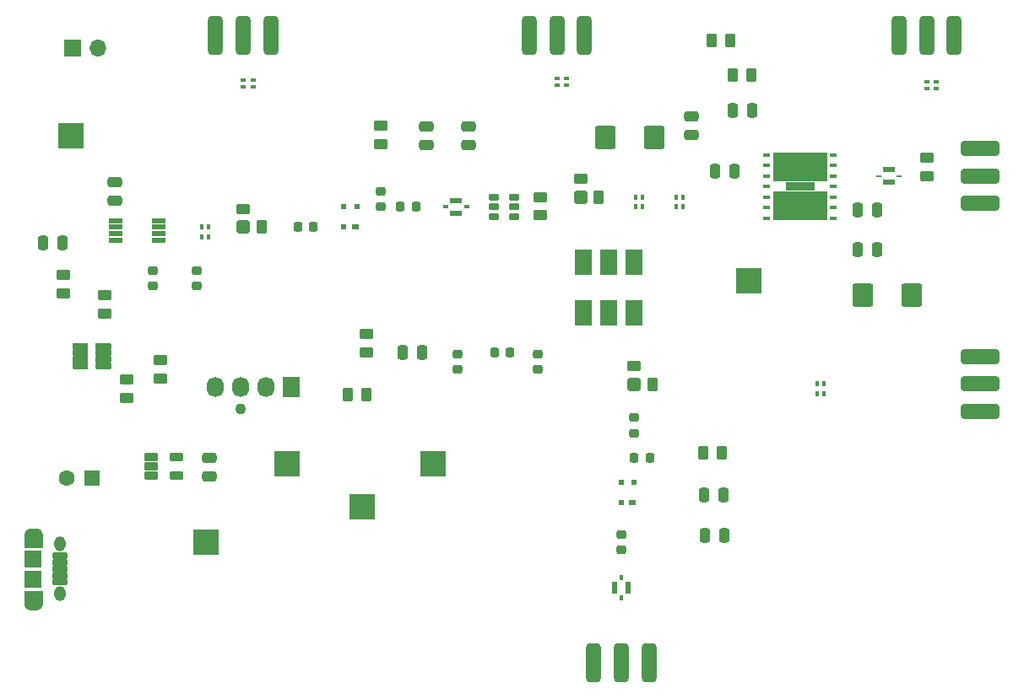
<source format=gts>
%TF.GenerationSoftware,KiCad,Pcbnew,8.0.5*%
%TF.CreationDate,2025-06-09T19:50:20-04:00*%
%TF.ProjectId,fmcw_pcb,666d6377-5f70-4636-922e-6b696361645f,rev?*%
%TF.SameCoordinates,Original*%
%TF.FileFunction,Soldermask,Top*%
%TF.FilePolarity,Negative*%
%FSLAX46Y46*%
G04 Gerber Fmt 4.6, Leading zero omitted, Abs format (unit mm)*
G04 Created by KiCad (PCBNEW 8.0.5) date 2025-06-09 19:50:20*
%MOMM*%
%LPD*%
G01*
G04 APERTURE LIST*
G04 Aperture macros list*
%AMRoundRect*
0 Rectangle with rounded corners*
0 $1 Rounding radius*
0 $2 $3 $4 $5 $6 $7 $8 $9 X,Y pos of 4 corners*
0 Add a 4 corners polygon primitive as box body*
4,1,4,$2,$3,$4,$5,$6,$7,$8,$9,$2,$3,0*
0 Add four circle primitives for the rounded corners*
1,1,$1+$1,$2,$3*
1,1,$1+$1,$4,$5*
1,1,$1+$1,$6,$7*
1,1,$1+$1,$8,$9*
0 Add four rect primitives between the rounded corners*
20,1,$1+$1,$2,$3,$4,$5,0*
20,1,$1+$1,$4,$5,$6,$7,0*
20,1,$1+$1,$6,$7,$8,$9,0*
20,1,$1+$1,$8,$9,$2,$3,0*%
G04 Aperture macros list end*
%ADD10C,0.010000*%
%ADD11RoundRect,0.250000X0.787500X0.925000X-0.787500X0.925000X-0.787500X-0.925000X0.787500X-0.925000X0*%
%ADD12R,1.651000X2.540000*%
%ADD13RoundRect,0.225000X0.250000X-0.225000X0.250000X0.225000X-0.250000X0.225000X-0.250000X-0.225000X0*%
%ADD14RoundRect,0.250000X0.475000X-0.250000X0.475000X0.250000X-0.475000X0.250000X-0.475000X-0.250000X0*%
%ADD15C,1.100000*%
%ADD16R,1.730000X2.030000*%
%ADD17O,1.730000X2.030000*%
%ADD18RoundRect,0.218750X0.218750X0.256250X-0.218750X0.256250X-0.218750X-0.256250X0.218750X-0.256250X0*%
%ADD19RoundRect,0.375000X0.375000X1.575000X-0.375000X1.575000X-0.375000X-1.575000X0.375000X-1.575000X0*%
%ADD20RoundRect,0.250000X-0.262500X-0.450000X0.262500X-0.450000X0.262500X0.450000X-0.262500X0.450000X0*%
%ADD21R,2.500000X2.500000*%
%ADD22RoundRect,0.250000X0.250000X0.475000X-0.250000X0.475000X-0.250000X-0.475000X0.250000X-0.475000X0*%
%ADD23RoundRect,0.250000X0.450000X-0.262500X0.450000X0.262500X-0.450000X0.262500X-0.450000X-0.262500X0*%
%ADD24R,0.475000X0.375000*%
%ADD25RoundRect,0.225000X-0.225000X-0.250000X0.225000X-0.250000X0.225000X0.250000X-0.225000X0.250000X0*%
%ADD26R,0.558800X0.355600*%
%ADD27R,1.244600X0.558800*%
%ADD28RoundRect,0.250000X-0.450000X0.262500X-0.450000X-0.262500X0.450000X-0.262500X0.450000X0.262500X0*%
%ADD29R,0.375000X0.475000*%
%ADD30RoundRect,0.375000X-0.375000X-1.575000X0.375000X-1.575000X0.375000X1.575000X-0.375000X1.575000X0*%
%ADD31RoundRect,0.218750X-0.256250X0.218750X-0.256250X-0.218750X0.256250X-0.218750X0.256250X0.218750X0*%
%ADD32RoundRect,0.375000X-1.575000X0.375000X-1.575000X-0.375000X1.575000X-0.375000X1.575000X0.375000X0*%
%ADD33RoundRect,0.341463X-0.358537X-0.358537X0.358537X-0.358537X0.358537X0.358537X-0.358537X0.358537X0*%
%ADD34RoundRect,0.152500X-0.382500X-0.152500X0.382500X-0.152500X0.382500X0.152500X-0.382500X0.152500X0*%
%ADD35RoundRect,0.250000X-0.475000X0.250000X-0.475000X-0.250000X0.475000X-0.250000X0.475000X0.250000X0*%
%ADD36RoundRect,0.341463X0.358537X-0.358537X0.358537X0.358537X-0.358537X0.358537X-0.358537X-0.358537X0*%
%ADD37R,1.600000X1.600000*%
%ADD38C,1.600000*%
%ADD39RoundRect,0.250000X0.262500X0.450000X-0.262500X0.450000X-0.262500X-0.450000X0.262500X-0.450000X0*%
%ADD40R,0.355600X0.558800*%
%ADD41R,0.558800X1.244600*%
%ADD42RoundRect,0.099250X-0.607750X-0.297750X0.607750X-0.297750X0.607750X0.297750X-0.607750X0.297750X0*%
%ADD43RoundRect,0.250000X-0.250000X-0.475000X0.250000X-0.475000X0.250000X0.475000X-0.250000X0.475000X0*%
%ADD44R,0.553999X0.254800*%
%ADD45R,1.245400X0.553999*%
%ADD46R,0.500000X0.580000*%
%ADD47R,0.800000X0.580000*%
%ADD48RoundRect,0.218750X-0.218750X-0.256250X0.218750X-0.256250X0.218750X0.256250X-0.218750X0.256250X0*%
%ADD49R,0.675000X0.400000*%
%ADD50R,5.450000X2.955000*%
%ADD51R,2.900000X0.890000*%
%ADD52RoundRect,0.102000X-0.675000X0.200000X-0.675000X-0.200000X0.675000X-0.200000X0.675000X0.200000X0*%
%ADD53RoundRect,0.102000X-0.775000X0.750000X-0.775000X-0.750000X0.775000X-0.750000X0.775000X0.750000X0*%
%ADD54O,1.154000X1.504000*%
%ADD55RoundRect,0.058750X-0.651250X-0.176250X0.651250X-0.176250X0.651250X0.176250X-0.651250X0.176250X0*%
%ADD56R,1.700000X1.700000*%
%ADD57O,1.700000X1.700000*%
G04 APERTURE END LIST*
D10*
%TO.C,OA1*%
X56136000Y-103386000D02*
X56142000Y-103386000D01*
X56148000Y-103387000D01*
X56153000Y-103389000D01*
X56159000Y-103390000D01*
X56164000Y-103392000D01*
X56170000Y-103395000D01*
X56175000Y-103397000D01*
X56180000Y-103400000D01*
X56185000Y-103403000D01*
X56190000Y-103406000D01*
X56194000Y-103410000D01*
X56199000Y-103413000D01*
X56203000Y-103417000D01*
X56207000Y-103421000D01*
X56210000Y-103426000D01*
X56214000Y-103430000D01*
X56217000Y-103435000D01*
X56220000Y-103440000D01*
X56223000Y-103445000D01*
X56225000Y-103450000D01*
X56228000Y-103456000D01*
X56230000Y-103461000D01*
X56231000Y-103467000D01*
X56233000Y-103472000D01*
X56234000Y-103478000D01*
X56234000Y-103484000D01*
X56235000Y-103489000D01*
X56235000Y-103495000D01*
X56235000Y-103855000D01*
X56235000Y-103861000D01*
X56234000Y-103866000D01*
X56234000Y-103872000D01*
X56233000Y-103878000D01*
X56231000Y-103883000D01*
X56230000Y-103889000D01*
X56228000Y-103894000D01*
X56225000Y-103900000D01*
X56223000Y-103905000D01*
X56220000Y-103910000D01*
X56217000Y-103915000D01*
X56214000Y-103920000D01*
X56210000Y-103924000D01*
X56207000Y-103929000D01*
X56203000Y-103933000D01*
X56199000Y-103937000D01*
X56194000Y-103940000D01*
X56190000Y-103944000D01*
X56185000Y-103947000D01*
X56180000Y-103950000D01*
X56175000Y-103953000D01*
X56170000Y-103955000D01*
X56164000Y-103958000D01*
X56159000Y-103960000D01*
X56153000Y-103961000D01*
X56148000Y-103963000D01*
X56142000Y-103964000D01*
X56136000Y-103964000D01*
X56131000Y-103965000D01*
X56125000Y-103965000D01*
X54875000Y-103965000D01*
X54869000Y-103965000D01*
X54864000Y-103964000D01*
X54858000Y-103964000D01*
X54852000Y-103963000D01*
X54847000Y-103961000D01*
X54841000Y-103960000D01*
X54836000Y-103958000D01*
X54830000Y-103955000D01*
X54825000Y-103953000D01*
X54820000Y-103950000D01*
X54815000Y-103947000D01*
X54810000Y-103944000D01*
X54806000Y-103940000D01*
X54801000Y-103937000D01*
X54797000Y-103933000D01*
X54793000Y-103929000D01*
X54790000Y-103924000D01*
X54786000Y-103920000D01*
X54783000Y-103915000D01*
X54780000Y-103910000D01*
X54777000Y-103905000D01*
X54775000Y-103900000D01*
X54772000Y-103894000D01*
X54770000Y-103889000D01*
X54769000Y-103883000D01*
X54767000Y-103878000D01*
X54766000Y-103872000D01*
X54766000Y-103866000D01*
X54765000Y-103861000D01*
X54765000Y-103855000D01*
X54765000Y-103495000D01*
X54765000Y-103489000D01*
X54766000Y-103484000D01*
X54766000Y-103478000D01*
X54767000Y-103472000D01*
X54769000Y-103467000D01*
X54770000Y-103461000D01*
X54772000Y-103456000D01*
X54775000Y-103450000D01*
X54777000Y-103445000D01*
X54780000Y-103440000D01*
X54783000Y-103435000D01*
X54786000Y-103430000D01*
X54790000Y-103426000D01*
X54793000Y-103421000D01*
X54797000Y-103417000D01*
X54801000Y-103413000D01*
X54806000Y-103410000D01*
X54810000Y-103406000D01*
X54815000Y-103403000D01*
X54820000Y-103400000D01*
X54825000Y-103397000D01*
X54830000Y-103395000D01*
X54836000Y-103392000D01*
X54841000Y-103390000D01*
X54847000Y-103389000D01*
X54852000Y-103387000D01*
X54858000Y-103386000D01*
X54864000Y-103386000D01*
X54869000Y-103385000D01*
X54875000Y-103385000D01*
X56125000Y-103385000D01*
X56131000Y-103385000D01*
X56136000Y-103386000D01*
G36*
X56136000Y-103386000D02*
G01*
X56142000Y-103386000D01*
X56148000Y-103387000D01*
X56153000Y-103389000D01*
X56159000Y-103390000D01*
X56164000Y-103392000D01*
X56170000Y-103395000D01*
X56175000Y-103397000D01*
X56180000Y-103400000D01*
X56185000Y-103403000D01*
X56190000Y-103406000D01*
X56194000Y-103410000D01*
X56199000Y-103413000D01*
X56203000Y-103417000D01*
X56207000Y-103421000D01*
X56210000Y-103426000D01*
X56214000Y-103430000D01*
X56217000Y-103435000D01*
X56220000Y-103440000D01*
X56223000Y-103445000D01*
X56225000Y-103450000D01*
X56228000Y-103456000D01*
X56230000Y-103461000D01*
X56231000Y-103467000D01*
X56233000Y-103472000D01*
X56234000Y-103478000D01*
X56234000Y-103484000D01*
X56235000Y-103489000D01*
X56235000Y-103495000D01*
X56235000Y-103855000D01*
X56235000Y-103861000D01*
X56234000Y-103866000D01*
X56234000Y-103872000D01*
X56233000Y-103878000D01*
X56231000Y-103883000D01*
X56230000Y-103889000D01*
X56228000Y-103894000D01*
X56225000Y-103900000D01*
X56223000Y-103905000D01*
X56220000Y-103910000D01*
X56217000Y-103915000D01*
X56214000Y-103920000D01*
X56210000Y-103924000D01*
X56207000Y-103929000D01*
X56203000Y-103933000D01*
X56199000Y-103937000D01*
X56194000Y-103940000D01*
X56190000Y-103944000D01*
X56185000Y-103947000D01*
X56180000Y-103950000D01*
X56175000Y-103953000D01*
X56170000Y-103955000D01*
X56164000Y-103958000D01*
X56159000Y-103960000D01*
X56153000Y-103961000D01*
X56148000Y-103963000D01*
X56142000Y-103964000D01*
X56136000Y-103964000D01*
X56131000Y-103965000D01*
X56125000Y-103965000D01*
X54875000Y-103965000D01*
X54869000Y-103965000D01*
X54864000Y-103964000D01*
X54858000Y-103964000D01*
X54852000Y-103963000D01*
X54847000Y-103961000D01*
X54841000Y-103960000D01*
X54836000Y-103958000D01*
X54830000Y-103955000D01*
X54825000Y-103953000D01*
X54820000Y-103950000D01*
X54815000Y-103947000D01*
X54810000Y-103944000D01*
X54806000Y-103940000D01*
X54801000Y-103937000D01*
X54797000Y-103933000D01*
X54793000Y-103929000D01*
X54790000Y-103924000D01*
X54786000Y-103920000D01*
X54783000Y-103915000D01*
X54780000Y-103910000D01*
X54777000Y-103905000D01*
X54775000Y-103900000D01*
X54772000Y-103894000D01*
X54770000Y-103889000D01*
X54769000Y-103883000D01*
X54767000Y-103878000D01*
X54766000Y-103872000D01*
X54766000Y-103866000D01*
X54765000Y-103861000D01*
X54765000Y-103855000D01*
X54765000Y-103495000D01*
X54765000Y-103489000D01*
X54766000Y-103484000D01*
X54766000Y-103478000D01*
X54767000Y-103472000D01*
X54769000Y-103467000D01*
X54770000Y-103461000D01*
X54772000Y-103456000D01*
X54775000Y-103450000D01*
X54777000Y-103445000D01*
X54780000Y-103440000D01*
X54783000Y-103435000D01*
X54786000Y-103430000D01*
X54790000Y-103426000D01*
X54793000Y-103421000D01*
X54797000Y-103417000D01*
X54801000Y-103413000D01*
X54806000Y-103410000D01*
X54810000Y-103406000D01*
X54815000Y-103403000D01*
X54820000Y-103400000D01*
X54825000Y-103397000D01*
X54830000Y-103395000D01*
X54836000Y-103392000D01*
X54841000Y-103390000D01*
X54847000Y-103389000D01*
X54852000Y-103387000D01*
X54858000Y-103386000D01*
X54864000Y-103386000D01*
X54869000Y-103385000D01*
X54875000Y-103385000D01*
X56125000Y-103385000D01*
X56131000Y-103385000D01*
X56136000Y-103386000D01*
G37*
X56136000Y-104036000D02*
X56142000Y-104036000D01*
X56148000Y-104037000D01*
X56153000Y-104039000D01*
X56159000Y-104040000D01*
X56164000Y-104042000D01*
X56170000Y-104045000D01*
X56175000Y-104047000D01*
X56180000Y-104050000D01*
X56185000Y-104053000D01*
X56190000Y-104056000D01*
X56194000Y-104060000D01*
X56199000Y-104063000D01*
X56203000Y-104067000D01*
X56207000Y-104071000D01*
X56210000Y-104076000D01*
X56214000Y-104080000D01*
X56217000Y-104085000D01*
X56220000Y-104090000D01*
X56223000Y-104095000D01*
X56225000Y-104100000D01*
X56228000Y-104106000D01*
X56230000Y-104111000D01*
X56231000Y-104117000D01*
X56233000Y-104122000D01*
X56234000Y-104128000D01*
X56234000Y-104134000D01*
X56235000Y-104139000D01*
X56235000Y-104145000D01*
X56235000Y-104505000D01*
X56235000Y-104511000D01*
X56234000Y-104516000D01*
X56234000Y-104522000D01*
X56233000Y-104528000D01*
X56231000Y-104533000D01*
X56230000Y-104539000D01*
X56228000Y-104544000D01*
X56225000Y-104550000D01*
X56223000Y-104555000D01*
X56220000Y-104560000D01*
X56217000Y-104565000D01*
X56214000Y-104570000D01*
X56210000Y-104574000D01*
X56207000Y-104579000D01*
X56203000Y-104583000D01*
X56199000Y-104587000D01*
X56194000Y-104590000D01*
X56190000Y-104594000D01*
X56185000Y-104597000D01*
X56180000Y-104600000D01*
X56175000Y-104603000D01*
X56170000Y-104605000D01*
X56164000Y-104608000D01*
X56159000Y-104610000D01*
X56153000Y-104611000D01*
X56148000Y-104613000D01*
X56142000Y-104614000D01*
X56136000Y-104614000D01*
X56131000Y-104615000D01*
X56125000Y-104615000D01*
X54875000Y-104615000D01*
X54869000Y-104615000D01*
X54864000Y-104614000D01*
X54858000Y-104614000D01*
X54852000Y-104613000D01*
X54847000Y-104611000D01*
X54841000Y-104610000D01*
X54836000Y-104608000D01*
X54830000Y-104605000D01*
X54825000Y-104603000D01*
X54820000Y-104600000D01*
X54815000Y-104597000D01*
X54810000Y-104594000D01*
X54806000Y-104590000D01*
X54801000Y-104587000D01*
X54797000Y-104583000D01*
X54793000Y-104579000D01*
X54790000Y-104574000D01*
X54786000Y-104570000D01*
X54783000Y-104565000D01*
X54780000Y-104560000D01*
X54777000Y-104555000D01*
X54775000Y-104550000D01*
X54772000Y-104544000D01*
X54770000Y-104539000D01*
X54769000Y-104533000D01*
X54767000Y-104528000D01*
X54766000Y-104522000D01*
X54766000Y-104516000D01*
X54765000Y-104511000D01*
X54765000Y-104505000D01*
X54765000Y-104145000D01*
X54765000Y-104139000D01*
X54766000Y-104134000D01*
X54766000Y-104128000D01*
X54767000Y-104122000D01*
X54769000Y-104117000D01*
X54770000Y-104111000D01*
X54772000Y-104106000D01*
X54775000Y-104100000D01*
X54777000Y-104095000D01*
X54780000Y-104090000D01*
X54783000Y-104085000D01*
X54786000Y-104080000D01*
X54790000Y-104076000D01*
X54793000Y-104071000D01*
X54797000Y-104067000D01*
X54801000Y-104063000D01*
X54806000Y-104060000D01*
X54810000Y-104056000D01*
X54815000Y-104053000D01*
X54820000Y-104050000D01*
X54825000Y-104047000D01*
X54830000Y-104045000D01*
X54836000Y-104042000D01*
X54841000Y-104040000D01*
X54847000Y-104039000D01*
X54852000Y-104037000D01*
X54858000Y-104036000D01*
X54864000Y-104036000D01*
X54869000Y-104035000D01*
X54875000Y-104035000D01*
X56125000Y-104035000D01*
X56131000Y-104035000D01*
X56136000Y-104036000D01*
G36*
X56136000Y-104036000D02*
G01*
X56142000Y-104036000D01*
X56148000Y-104037000D01*
X56153000Y-104039000D01*
X56159000Y-104040000D01*
X56164000Y-104042000D01*
X56170000Y-104045000D01*
X56175000Y-104047000D01*
X56180000Y-104050000D01*
X56185000Y-104053000D01*
X56190000Y-104056000D01*
X56194000Y-104060000D01*
X56199000Y-104063000D01*
X56203000Y-104067000D01*
X56207000Y-104071000D01*
X56210000Y-104076000D01*
X56214000Y-104080000D01*
X56217000Y-104085000D01*
X56220000Y-104090000D01*
X56223000Y-104095000D01*
X56225000Y-104100000D01*
X56228000Y-104106000D01*
X56230000Y-104111000D01*
X56231000Y-104117000D01*
X56233000Y-104122000D01*
X56234000Y-104128000D01*
X56234000Y-104134000D01*
X56235000Y-104139000D01*
X56235000Y-104145000D01*
X56235000Y-104505000D01*
X56235000Y-104511000D01*
X56234000Y-104516000D01*
X56234000Y-104522000D01*
X56233000Y-104528000D01*
X56231000Y-104533000D01*
X56230000Y-104539000D01*
X56228000Y-104544000D01*
X56225000Y-104550000D01*
X56223000Y-104555000D01*
X56220000Y-104560000D01*
X56217000Y-104565000D01*
X56214000Y-104570000D01*
X56210000Y-104574000D01*
X56207000Y-104579000D01*
X56203000Y-104583000D01*
X56199000Y-104587000D01*
X56194000Y-104590000D01*
X56190000Y-104594000D01*
X56185000Y-104597000D01*
X56180000Y-104600000D01*
X56175000Y-104603000D01*
X56170000Y-104605000D01*
X56164000Y-104608000D01*
X56159000Y-104610000D01*
X56153000Y-104611000D01*
X56148000Y-104613000D01*
X56142000Y-104614000D01*
X56136000Y-104614000D01*
X56131000Y-104615000D01*
X56125000Y-104615000D01*
X54875000Y-104615000D01*
X54869000Y-104615000D01*
X54864000Y-104614000D01*
X54858000Y-104614000D01*
X54852000Y-104613000D01*
X54847000Y-104611000D01*
X54841000Y-104610000D01*
X54836000Y-104608000D01*
X54830000Y-104605000D01*
X54825000Y-104603000D01*
X54820000Y-104600000D01*
X54815000Y-104597000D01*
X54810000Y-104594000D01*
X54806000Y-104590000D01*
X54801000Y-104587000D01*
X54797000Y-104583000D01*
X54793000Y-104579000D01*
X54790000Y-104574000D01*
X54786000Y-104570000D01*
X54783000Y-104565000D01*
X54780000Y-104560000D01*
X54777000Y-104555000D01*
X54775000Y-104550000D01*
X54772000Y-104544000D01*
X54770000Y-104539000D01*
X54769000Y-104533000D01*
X54767000Y-104528000D01*
X54766000Y-104522000D01*
X54766000Y-104516000D01*
X54765000Y-104511000D01*
X54765000Y-104505000D01*
X54765000Y-104145000D01*
X54765000Y-104139000D01*
X54766000Y-104134000D01*
X54766000Y-104128000D01*
X54767000Y-104122000D01*
X54769000Y-104117000D01*
X54770000Y-104111000D01*
X54772000Y-104106000D01*
X54775000Y-104100000D01*
X54777000Y-104095000D01*
X54780000Y-104090000D01*
X54783000Y-104085000D01*
X54786000Y-104080000D01*
X54790000Y-104076000D01*
X54793000Y-104071000D01*
X54797000Y-104067000D01*
X54801000Y-104063000D01*
X54806000Y-104060000D01*
X54810000Y-104056000D01*
X54815000Y-104053000D01*
X54820000Y-104050000D01*
X54825000Y-104047000D01*
X54830000Y-104045000D01*
X54836000Y-104042000D01*
X54841000Y-104040000D01*
X54847000Y-104039000D01*
X54852000Y-104037000D01*
X54858000Y-104036000D01*
X54864000Y-104036000D01*
X54869000Y-104035000D01*
X54875000Y-104035000D01*
X56125000Y-104035000D01*
X56131000Y-104035000D01*
X56136000Y-104036000D01*
G37*
X56136000Y-104686000D02*
X56142000Y-104686000D01*
X56148000Y-104687000D01*
X56153000Y-104689000D01*
X56159000Y-104690000D01*
X56164000Y-104692000D01*
X56170000Y-104695000D01*
X56175000Y-104697000D01*
X56180000Y-104700000D01*
X56185000Y-104703000D01*
X56190000Y-104706000D01*
X56194000Y-104710000D01*
X56199000Y-104713000D01*
X56203000Y-104717000D01*
X56207000Y-104721000D01*
X56210000Y-104726000D01*
X56214000Y-104730000D01*
X56217000Y-104735000D01*
X56220000Y-104740000D01*
X56223000Y-104745000D01*
X56225000Y-104750000D01*
X56228000Y-104756000D01*
X56230000Y-104761000D01*
X56231000Y-104767000D01*
X56233000Y-104772000D01*
X56234000Y-104778000D01*
X56234000Y-104784000D01*
X56235000Y-104789000D01*
X56235000Y-104795000D01*
X56235000Y-105155000D01*
X56235000Y-105161000D01*
X56234000Y-105166000D01*
X56234000Y-105172000D01*
X56233000Y-105178000D01*
X56231000Y-105183000D01*
X56230000Y-105189000D01*
X56228000Y-105194000D01*
X56225000Y-105200000D01*
X56223000Y-105205000D01*
X56220000Y-105210000D01*
X56217000Y-105215000D01*
X56214000Y-105220000D01*
X56210000Y-105224000D01*
X56207000Y-105229000D01*
X56203000Y-105233000D01*
X56199000Y-105237000D01*
X56194000Y-105240000D01*
X56190000Y-105244000D01*
X56185000Y-105247000D01*
X56180000Y-105250000D01*
X56175000Y-105253000D01*
X56170000Y-105255000D01*
X56164000Y-105258000D01*
X56159000Y-105260000D01*
X56153000Y-105261000D01*
X56148000Y-105263000D01*
X56142000Y-105264000D01*
X56136000Y-105264000D01*
X56131000Y-105265000D01*
X56125000Y-105265000D01*
X54875000Y-105265000D01*
X54869000Y-105265000D01*
X54864000Y-105264000D01*
X54858000Y-105264000D01*
X54852000Y-105263000D01*
X54847000Y-105261000D01*
X54841000Y-105260000D01*
X54836000Y-105258000D01*
X54830000Y-105255000D01*
X54825000Y-105253000D01*
X54820000Y-105250000D01*
X54815000Y-105247000D01*
X54810000Y-105244000D01*
X54806000Y-105240000D01*
X54801000Y-105237000D01*
X54797000Y-105233000D01*
X54793000Y-105229000D01*
X54790000Y-105224000D01*
X54786000Y-105220000D01*
X54783000Y-105215000D01*
X54780000Y-105210000D01*
X54777000Y-105205000D01*
X54775000Y-105200000D01*
X54772000Y-105194000D01*
X54770000Y-105189000D01*
X54769000Y-105183000D01*
X54767000Y-105178000D01*
X54766000Y-105172000D01*
X54766000Y-105166000D01*
X54765000Y-105161000D01*
X54765000Y-105155000D01*
X54765000Y-104795000D01*
X54765000Y-104789000D01*
X54766000Y-104784000D01*
X54766000Y-104778000D01*
X54767000Y-104772000D01*
X54769000Y-104767000D01*
X54770000Y-104761000D01*
X54772000Y-104756000D01*
X54775000Y-104750000D01*
X54777000Y-104745000D01*
X54780000Y-104740000D01*
X54783000Y-104735000D01*
X54786000Y-104730000D01*
X54790000Y-104726000D01*
X54793000Y-104721000D01*
X54797000Y-104717000D01*
X54801000Y-104713000D01*
X54806000Y-104710000D01*
X54810000Y-104706000D01*
X54815000Y-104703000D01*
X54820000Y-104700000D01*
X54825000Y-104697000D01*
X54830000Y-104695000D01*
X54836000Y-104692000D01*
X54841000Y-104690000D01*
X54847000Y-104689000D01*
X54852000Y-104687000D01*
X54858000Y-104686000D01*
X54864000Y-104686000D01*
X54869000Y-104685000D01*
X54875000Y-104685000D01*
X56125000Y-104685000D01*
X56131000Y-104685000D01*
X56136000Y-104686000D01*
G36*
X56136000Y-104686000D02*
G01*
X56142000Y-104686000D01*
X56148000Y-104687000D01*
X56153000Y-104689000D01*
X56159000Y-104690000D01*
X56164000Y-104692000D01*
X56170000Y-104695000D01*
X56175000Y-104697000D01*
X56180000Y-104700000D01*
X56185000Y-104703000D01*
X56190000Y-104706000D01*
X56194000Y-104710000D01*
X56199000Y-104713000D01*
X56203000Y-104717000D01*
X56207000Y-104721000D01*
X56210000Y-104726000D01*
X56214000Y-104730000D01*
X56217000Y-104735000D01*
X56220000Y-104740000D01*
X56223000Y-104745000D01*
X56225000Y-104750000D01*
X56228000Y-104756000D01*
X56230000Y-104761000D01*
X56231000Y-104767000D01*
X56233000Y-104772000D01*
X56234000Y-104778000D01*
X56234000Y-104784000D01*
X56235000Y-104789000D01*
X56235000Y-104795000D01*
X56235000Y-105155000D01*
X56235000Y-105161000D01*
X56234000Y-105166000D01*
X56234000Y-105172000D01*
X56233000Y-105178000D01*
X56231000Y-105183000D01*
X56230000Y-105189000D01*
X56228000Y-105194000D01*
X56225000Y-105200000D01*
X56223000Y-105205000D01*
X56220000Y-105210000D01*
X56217000Y-105215000D01*
X56214000Y-105220000D01*
X56210000Y-105224000D01*
X56207000Y-105229000D01*
X56203000Y-105233000D01*
X56199000Y-105237000D01*
X56194000Y-105240000D01*
X56190000Y-105244000D01*
X56185000Y-105247000D01*
X56180000Y-105250000D01*
X56175000Y-105253000D01*
X56170000Y-105255000D01*
X56164000Y-105258000D01*
X56159000Y-105260000D01*
X56153000Y-105261000D01*
X56148000Y-105263000D01*
X56142000Y-105264000D01*
X56136000Y-105264000D01*
X56131000Y-105265000D01*
X56125000Y-105265000D01*
X54875000Y-105265000D01*
X54869000Y-105265000D01*
X54864000Y-105264000D01*
X54858000Y-105264000D01*
X54852000Y-105263000D01*
X54847000Y-105261000D01*
X54841000Y-105260000D01*
X54836000Y-105258000D01*
X54830000Y-105255000D01*
X54825000Y-105253000D01*
X54820000Y-105250000D01*
X54815000Y-105247000D01*
X54810000Y-105244000D01*
X54806000Y-105240000D01*
X54801000Y-105237000D01*
X54797000Y-105233000D01*
X54793000Y-105229000D01*
X54790000Y-105224000D01*
X54786000Y-105220000D01*
X54783000Y-105215000D01*
X54780000Y-105210000D01*
X54777000Y-105205000D01*
X54775000Y-105200000D01*
X54772000Y-105194000D01*
X54770000Y-105189000D01*
X54769000Y-105183000D01*
X54767000Y-105178000D01*
X54766000Y-105172000D01*
X54766000Y-105166000D01*
X54765000Y-105161000D01*
X54765000Y-105155000D01*
X54765000Y-104795000D01*
X54765000Y-104789000D01*
X54766000Y-104784000D01*
X54766000Y-104778000D01*
X54767000Y-104772000D01*
X54769000Y-104767000D01*
X54770000Y-104761000D01*
X54772000Y-104756000D01*
X54775000Y-104750000D01*
X54777000Y-104745000D01*
X54780000Y-104740000D01*
X54783000Y-104735000D01*
X54786000Y-104730000D01*
X54790000Y-104726000D01*
X54793000Y-104721000D01*
X54797000Y-104717000D01*
X54801000Y-104713000D01*
X54806000Y-104710000D01*
X54810000Y-104706000D01*
X54815000Y-104703000D01*
X54820000Y-104700000D01*
X54825000Y-104697000D01*
X54830000Y-104695000D01*
X54836000Y-104692000D01*
X54841000Y-104690000D01*
X54847000Y-104689000D01*
X54852000Y-104687000D01*
X54858000Y-104686000D01*
X54864000Y-104686000D01*
X54869000Y-104685000D01*
X54875000Y-104685000D01*
X56125000Y-104685000D01*
X56131000Y-104685000D01*
X56136000Y-104686000D01*
G37*
X56136000Y-105336000D02*
X56142000Y-105336000D01*
X56148000Y-105337000D01*
X56153000Y-105339000D01*
X56159000Y-105340000D01*
X56164000Y-105342000D01*
X56170000Y-105345000D01*
X56175000Y-105347000D01*
X56180000Y-105350000D01*
X56185000Y-105353000D01*
X56190000Y-105356000D01*
X56194000Y-105360000D01*
X56199000Y-105363000D01*
X56203000Y-105367000D01*
X56207000Y-105371000D01*
X56210000Y-105376000D01*
X56214000Y-105380000D01*
X56217000Y-105385000D01*
X56220000Y-105390000D01*
X56223000Y-105395000D01*
X56225000Y-105400000D01*
X56228000Y-105406000D01*
X56230000Y-105411000D01*
X56231000Y-105417000D01*
X56233000Y-105422000D01*
X56234000Y-105428000D01*
X56234000Y-105434000D01*
X56235000Y-105439000D01*
X56235000Y-105445000D01*
X56235000Y-105805000D01*
X56235000Y-105811000D01*
X56234000Y-105816000D01*
X56234000Y-105822000D01*
X56233000Y-105828000D01*
X56231000Y-105833000D01*
X56230000Y-105839000D01*
X56228000Y-105844000D01*
X56225000Y-105850000D01*
X56223000Y-105855000D01*
X56220000Y-105860000D01*
X56217000Y-105865000D01*
X56214000Y-105870000D01*
X56210000Y-105874000D01*
X56207000Y-105879000D01*
X56203000Y-105883000D01*
X56199000Y-105887000D01*
X56194000Y-105890000D01*
X56190000Y-105894000D01*
X56185000Y-105897000D01*
X56180000Y-105900000D01*
X56175000Y-105903000D01*
X56170000Y-105905000D01*
X56164000Y-105908000D01*
X56159000Y-105910000D01*
X56153000Y-105911000D01*
X56148000Y-105913000D01*
X56142000Y-105914000D01*
X56136000Y-105914000D01*
X56131000Y-105915000D01*
X56125000Y-105915000D01*
X54875000Y-105915000D01*
X54869000Y-105915000D01*
X54864000Y-105914000D01*
X54858000Y-105914000D01*
X54852000Y-105913000D01*
X54847000Y-105911000D01*
X54841000Y-105910000D01*
X54836000Y-105908000D01*
X54830000Y-105905000D01*
X54825000Y-105903000D01*
X54820000Y-105900000D01*
X54815000Y-105897000D01*
X54810000Y-105894000D01*
X54806000Y-105890000D01*
X54801000Y-105887000D01*
X54797000Y-105883000D01*
X54793000Y-105879000D01*
X54790000Y-105874000D01*
X54786000Y-105870000D01*
X54783000Y-105865000D01*
X54780000Y-105860000D01*
X54777000Y-105855000D01*
X54775000Y-105850000D01*
X54772000Y-105844000D01*
X54770000Y-105839000D01*
X54769000Y-105833000D01*
X54767000Y-105828000D01*
X54766000Y-105822000D01*
X54766000Y-105816000D01*
X54765000Y-105811000D01*
X54765000Y-105805000D01*
X54765000Y-105445000D01*
X54765000Y-105439000D01*
X54766000Y-105434000D01*
X54766000Y-105428000D01*
X54767000Y-105422000D01*
X54769000Y-105417000D01*
X54770000Y-105411000D01*
X54772000Y-105406000D01*
X54775000Y-105400000D01*
X54777000Y-105395000D01*
X54780000Y-105390000D01*
X54783000Y-105385000D01*
X54786000Y-105380000D01*
X54790000Y-105376000D01*
X54793000Y-105371000D01*
X54797000Y-105367000D01*
X54801000Y-105363000D01*
X54806000Y-105360000D01*
X54810000Y-105356000D01*
X54815000Y-105353000D01*
X54820000Y-105350000D01*
X54825000Y-105347000D01*
X54830000Y-105345000D01*
X54836000Y-105342000D01*
X54841000Y-105340000D01*
X54847000Y-105339000D01*
X54852000Y-105337000D01*
X54858000Y-105336000D01*
X54864000Y-105336000D01*
X54869000Y-105335000D01*
X54875000Y-105335000D01*
X56125000Y-105335000D01*
X56131000Y-105335000D01*
X56136000Y-105336000D01*
G36*
X56136000Y-105336000D02*
G01*
X56142000Y-105336000D01*
X56148000Y-105337000D01*
X56153000Y-105339000D01*
X56159000Y-105340000D01*
X56164000Y-105342000D01*
X56170000Y-105345000D01*
X56175000Y-105347000D01*
X56180000Y-105350000D01*
X56185000Y-105353000D01*
X56190000Y-105356000D01*
X56194000Y-105360000D01*
X56199000Y-105363000D01*
X56203000Y-105367000D01*
X56207000Y-105371000D01*
X56210000Y-105376000D01*
X56214000Y-105380000D01*
X56217000Y-105385000D01*
X56220000Y-105390000D01*
X56223000Y-105395000D01*
X56225000Y-105400000D01*
X56228000Y-105406000D01*
X56230000Y-105411000D01*
X56231000Y-105417000D01*
X56233000Y-105422000D01*
X56234000Y-105428000D01*
X56234000Y-105434000D01*
X56235000Y-105439000D01*
X56235000Y-105445000D01*
X56235000Y-105805000D01*
X56235000Y-105811000D01*
X56234000Y-105816000D01*
X56234000Y-105822000D01*
X56233000Y-105828000D01*
X56231000Y-105833000D01*
X56230000Y-105839000D01*
X56228000Y-105844000D01*
X56225000Y-105850000D01*
X56223000Y-105855000D01*
X56220000Y-105860000D01*
X56217000Y-105865000D01*
X56214000Y-105870000D01*
X56210000Y-105874000D01*
X56207000Y-105879000D01*
X56203000Y-105883000D01*
X56199000Y-105887000D01*
X56194000Y-105890000D01*
X56190000Y-105894000D01*
X56185000Y-105897000D01*
X56180000Y-105900000D01*
X56175000Y-105903000D01*
X56170000Y-105905000D01*
X56164000Y-105908000D01*
X56159000Y-105910000D01*
X56153000Y-105911000D01*
X56148000Y-105913000D01*
X56142000Y-105914000D01*
X56136000Y-105914000D01*
X56131000Y-105915000D01*
X56125000Y-105915000D01*
X54875000Y-105915000D01*
X54869000Y-105915000D01*
X54864000Y-105914000D01*
X54858000Y-105914000D01*
X54852000Y-105913000D01*
X54847000Y-105911000D01*
X54841000Y-105910000D01*
X54836000Y-105908000D01*
X54830000Y-105905000D01*
X54825000Y-105903000D01*
X54820000Y-105900000D01*
X54815000Y-105897000D01*
X54810000Y-105894000D01*
X54806000Y-105890000D01*
X54801000Y-105887000D01*
X54797000Y-105883000D01*
X54793000Y-105879000D01*
X54790000Y-105874000D01*
X54786000Y-105870000D01*
X54783000Y-105865000D01*
X54780000Y-105860000D01*
X54777000Y-105855000D01*
X54775000Y-105850000D01*
X54772000Y-105844000D01*
X54770000Y-105839000D01*
X54769000Y-105833000D01*
X54767000Y-105828000D01*
X54766000Y-105822000D01*
X54766000Y-105816000D01*
X54765000Y-105811000D01*
X54765000Y-105805000D01*
X54765000Y-105445000D01*
X54765000Y-105439000D01*
X54766000Y-105434000D01*
X54766000Y-105428000D01*
X54767000Y-105422000D01*
X54769000Y-105417000D01*
X54770000Y-105411000D01*
X54772000Y-105406000D01*
X54775000Y-105400000D01*
X54777000Y-105395000D01*
X54780000Y-105390000D01*
X54783000Y-105385000D01*
X54786000Y-105380000D01*
X54790000Y-105376000D01*
X54793000Y-105371000D01*
X54797000Y-105367000D01*
X54801000Y-105363000D01*
X54806000Y-105360000D01*
X54810000Y-105356000D01*
X54815000Y-105353000D01*
X54820000Y-105350000D01*
X54825000Y-105347000D01*
X54830000Y-105345000D01*
X54836000Y-105342000D01*
X54841000Y-105340000D01*
X54847000Y-105339000D01*
X54852000Y-105337000D01*
X54858000Y-105336000D01*
X54864000Y-105336000D01*
X54869000Y-105335000D01*
X54875000Y-105335000D01*
X56125000Y-105335000D01*
X56131000Y-105335000D01*
X56136000Y-105336000D01*
G37*
X58436000Y-103386000D02*
X58442000Y-103386000D01*
X58448000Y-103387000D01*
X58453000Y-103389000D01*
X58459000Y-103390000D01*
X58464000Y-103392000D01*
X58470000Y-103395000D01*
X58475000Y-103397000D01*
X58480000Y-103400000D01*
X58485000Y-103403000D01*
X58490000Y-103406000D01*
X58494000Y-103410000D01*
X58499000Y-103413000D01*
X58503000Y-103417000D01*
X58507000Y-103421000D01*
X58510000Y-103426000D01*
X58514000Y-103430000D01*
X58517000Y-103435000D01*
X58520000Y-103440000D01*
X58523000Y-103445000D01*
X58525000Y-103450000D01*
X58528000Y-103456000D01*
X58530000Y-103461000D01*
X58531000Y-103467000D01*
X58533000Y-103472000D01*
X58534000Y-103478000D01*
X58534000Y-103484000D01*
X58535000Y-103489000D01*
X58535000Y-103495000D01*
X58535000Y-103855000D01*
X58535000Y-103861000D01*
X58534000Y-103866000D01*
X58534000Y-103872000D01*
X58533000Y-103878000D01*
X58531000Y-103883000D01*
X58530000Y-103889000D01*
X58528000Y-103894000D01*
X58525000Y-103900000D01*
X58523000Y-103905000D01*
X58520000Y-103910000D01*
X58517000Y-103915000D01*
X58514000Y-103920000D01*
X58510000Y-103924000D01*
X58507000Y-103929000D01*
X58503000Y-103933000D01*
X58499000Y-103937000D01*
X58494000Y-103940000D01*
X58490000Y-103944000D01*
X58485000Y-103947000D01*
X58480000Y-103950000D01*
X58475000Y-103953000D01*
X58470000Y-103955000D01*
X58464000Y-103958000D01*
X58459000Y-103960000D01*
X58453000Y-103961000D01*
X58448000Y-103963000D01*
X58442000Y-103964000D01*
X58436000Y-103964000D01*
X58431000Y-103965000D01*
X58425000Y-103965000D01*
X57175000Y-103965000D01*
X57169000Y-103965000D01*
X57164000Y-103964000D01*
X57158000Y-103964000D01*
X57152000Y-103963000D01*
X57147000Y-103961000D01*
X57141000Y-103960000D01*
X57136000Y-103958000D01*
X57130000Y-103955000D01*
X57125000Y-103953000D01*
X57120000Y-103950000D01*
X57115000Y-103947000D01*
X57110000Y-103944000D01*
X57106000Y-103940000D01*
X57101000Y-103937000D01*
X57097000Y-103933000D01*
X57093000Y-103929000D01*
X57090000Y-103924000D01*
X57086000Y-103920000D01*
X57083000Y-103915000D01*
X57080000Y-103910000D01*
X57077000Y-103905000D01*
X57075000Y-103900000D01*
X57072000Y-103894000D01*
X57070000Y-103889000D01*
X57069000Y-103883000D01*
X57067000Y-103878000D01*
X57066000Y-103872000D01*
X57066000Y-103866000D01*
X57065000Y-103861000D01*
X57065000Y-103855000D01*
X57065000Y-103495000D01*
X57065000Y-103489000D01*
X57066000Y-103484000D01*
X57066000Y-103478000D01*
X57067000Y-103472000D01*
X57069000Y-103467000D01*
X57070000Y-103461000D01*
X57072000Y-103456000D01*
X57075000Y-103450000D01*
X57077000Y-103445000D01*
X57080000Y-103440000D01*
X57083000Y-103435000D01*
X57086000Y-103430000D01*
X57090000Y-103426000D01*
X57093000Y-103421000D01*
X57097000Y-103417000D01*
X57101000Y-103413000D01*
X57106000Y-103410000D01*
X57110000Y-103406000D01*
X57115000Y-103403000D01*
X57120000Y-103400000D01*
X57125000Y-103397000D01*
X57130000Y-103395000D01*
X57136000Y-103392000D01*
X57141000Y-103390000D01*
X57147000Y-103389000D01*
X57152000Y-103387000D01*
X57158000Y-103386000D01*
X57164000Y-103386000D01*
X57169000Y-103385000D01*
X57175000Y-103385000D01*
X58425000Y-103385000D01*
X58431000Y-103385000D01*
X58436000Y-103386000D01*
G36*
X58436000Y-103386000D02*
G01*
X58442000Y-103386000D01*
X58448000Y-103387000D01*
X58453000Y-103389000D01*
X58459000Y-103390000D01*
X58464000Y-103392000D01*
X58470000Y-103395000D01*
X58475000Y-103397000D01*
X58480000Y-103400000D01*
X58485000Y-103403000D01*
X58490000Y-103406000D01*
X58494000Y-103410000D01*
X58499000Y-103413000D01*
X58503000Y-103417000D01*
X58507000Y-103421000D01*
X58510000Y-103426000D01*
X58514000Y-103430000D01*
X58517000Y-103435000D01*
X58520000Y-103440000D01*
X58523000Y-103445000D01*
X58525000Y-103450000D01*
X58528000Y-103456000D01*
X58530000Y-103461000D01*
X58531000Y-103467000D01*
X58533000Y-103472000D01*
X58534000Y-103478000D01*
X58534000Y-103484000D01*
X58535000Y-103489000D01*
X58535000Y-103495000D01*
X58535000Y-103855000D01*
X58535000Y-103861000D01*
X58534000Y-103866000D01*
X58534000Y-103872000D01*
X58533000Y-103878000D01*
X58531000Y-103883000D01*
X58530000Y-103889000D01*
X58528000Y-103894000D01*
X58525000Y-103900000D01*
X58523000Y-103905000D01*
X58520000Y-103910000D01*
X58517000Y-103915000D01*
X58514000Y-103920000D01*
X58510000Y-103924000D01*
X58507000Y-103929000D01*
X58503000Y-103933000D01*
X58499000Y-103937000D01*
X58494000Y-103940000D01*
X58490000Y-103944000D01*
X58485000Y-103947000D01*
X58480000Y-103950000D01*
X58475000Y-103953000D01*
X58470000Y-103955000D01*
X58464000Y-103958000D01*
X58459000Y-103960000D01*
X58453000Y-103961000D01*
X58448000Y-103963000D01*
X58442000Y-103964000D01*
X58436000Y-103964000D01*
X58431000Y-103965000D01*
X58425000Y-103965000D01*
X57175000Y-103965000D01*
X57169000Y-103965000D01*
X57164000Y-103964000D01*
X57158000Y-103964000D01*
X57152000Y-103963000D01*
X57147000Y-103961000D01*
X57141000Y-103960000D01*
X57136000Y-103958000D01*
X57130000Y-103955000D01*
X57125000Y-103953000D01*
X57120000Y-103950000D01*
X57115000Y-103947000D01*
X57110000Y-103944000D01*
X57106000Y-103940000D01*
X57101000Y-103937000D01*
X57097000Y-103933000D01*
X57093000Y-103929000D01*
X57090000Y-103924000D01*
X57086000Y-103920000D01*
X57083000Y-103915000D01*
X57080000Y-103910000D01*
X57077000Y-103905000D01*
X57075000Y-103900000D01*
X57072000Y-103894000D01*
X57070000Y-103889000D01*
X57069000Y-103883000D01*
X57067000Y-103878000D01*
X57066000Y-103872000D01*
X57066000Y-103866000D01*
X57065000Y-103861000D01*
X57065000Y-103855000D01*
X57065000Y-103495000D01*
X57065000Y-103489000D01*
X57066000Y-103484000D01*
X57066000Y-103478000D01*
X57067000Y-103472000D01*
X57069000Y-103467000D01*
X57070000Y-103461000D01*
X57072000Y-103456000D01*
X57075000Y-103450000D01*
X57077000Y-103445000D01*
X57080000Y-103440000D01*
X57083000Y-103435000D01*
X57086000Y-103430000D01*
X57090000Y-103426000D01*
X57093000Y-103421000D01*
X57097000Y-103417000D01*
X57101000Y-103413000D01*
X57106000Y-103410000D01*
X57110000Y-103406000D01*
X57115000Y-103403000D01*
X57120000Y-103400000D01*
X57125000Y-103397000D01*
X57130000Y-103395000D01*
X57136000Y-103392000D01*
X57141000Y-103390000D01*
X57147000Y-103389000D01*
X57152000Y-103387000D01*
X57158000Y-103386000D01*
X57164000Y-103386000D01*
X57169000Y-103385000D01*
X57175000Y-103385000D01*
X58425000Y-103385000D01*
X58431000Y-103385000D01*
X58436000Y-103386000D01*
G37*
X58436000Y-104036000D02*
X58442000Y-104036000D01*
X58448000Y-104037000D01*
X58453000Y-104039000D01*
X58459000Y-104040000D01*
X58464000Y-104042000D01*
X58470000Y-104045000D01*
X58475000Y-104047000D01*
X58480000Y-104050000D01*
X58485000Y-104053000D01*
X58490000Y-104056000D01*
X58494000Y-104060000D01*
X58499000Y-104063000D01*
X58503000Y-104067000D01*
X58507000Y-104071000D01*
X58510000Y-104076000D01*
X58514000Y-104080000D01*
X58517000Y-104085000D01*
X58520000Y-104090000D01*
X58523000Y-104095000D01*
X58525000Y-104100000D01*
X58528000Y-104106000D01*
X58530000Y-104111000D01*
X58531000Y-104117000D01*
X58533000Y-104122000D01*
X58534000Y-104128000D01*
X58534000Y-104134000D01*
X58535000Y-104139000D01*
X58535000Y-104145000D01*
X58535000Y-104505000D01*
X58535000Y-104511000D01*
X58534000Y-104516000D01*
X58534000Y-104522000D01*
X58533000Y-104528000D01*
X58531000Y-104533000D01*
X58530000Y-104539000D01*
X58528000Y-104544000D01*
X58525000Y-104550000D01*
X58523000Y-104555000D01*
X58520000Y-104560000D01*
X58517000Y-104565000D01*
X58514000Y-104570000D01*
X58510000Y-104574000D01*
X58507000Y-104579000D01*
X58503000Y-104583000D01*
X58499000Y-104587000D01*
X58494000Y-104590000D01*
X58490000Y-104594000D01*
X58485000Y-104597000D01*
X58480000Y-104600000D01*
X58475000Y-104603000D01*
X58470000Y-104605000D01*
X58464000Y-104608000D01*
X58459000Y-104610000D01*
X58453000Y-104611000D01*
X58448000Y-104613000D01*
X58442000Y-104614000D01*
X58436000Y-104614000D01*
X58431000Y-104615000D01*
X58425000Y-104615000D01*
X57175000Y-104615000D01*
X57169000Y-104615000D01*
X57164000Y-104614000D01*
X57158000Y-104614000D01*
X57152000Y-104613000D01*
X57147000Y-104611000D01*
X57141000Y-104610000D01*
X57136000Y-104608000D01*
X57130000Y-104605000D01*
X57125000Y-104603000D01*
X57120000Y-104600000D01*
X57115000Y-104597000D01*
X57110000Y-104594000D01*
X57106000Y-104590000D01*
X57101000Y-104587000D01*
X57097000Y-104583000D01*
X57093000Y-104579000D01*
X57090000Y-104574000D01*
X57086000Y-104570000D01*
X57083000Y-104565000D01*
X57080000Y-104560000D01*
X57077000Y-104555000D01*
X57075000Y-104550000D01*
X57072000Y-104544000D01*
X57070000Y-104539000D01*
X57069000Y-104533000D01*
X57067000Y-104528000D01*
X57066000Y-104522000D01*
X57066000Y-104516000D01*
X57065000Y-104511000D01*
X57065000Y-104505000D01*
X57065000Y-104145000D01*
X57065000Y-104139000D01*
X57066000Y-104134000D01*
X57066000Y-104128000D01*
X57067000Y-104122000D01*
X57069000Y-104117000D01*
X57070000Y-104111000D01*
X57072000Y-104106000D01*
X57075000Y-104100000D01*
X57077000Y-104095000D01*
X57080000Y-104090000D01*
X57083000Y-104085000D01*
X57086000Y-104080000D01*
X57090000Y-104076000D01*
X57093000Y-104071000D01*
X57097000Y-104067000D01*
X57101000Y-104063000D01*
X57106000Y-104060000D01*
X57110000Y-104056000D01*
X57115000Y-104053000D01*
X57120000Y-104050000D01*
X57125000Y-104047000D01*
X57130000Y-104045000D01*
X57136000Y-104042000D01*
X57141000Y-104040000D01*
X57147000Y-104039000D01*
X57152000Y-104037000D01*
X57158000Y-104036000D01*
X57164000Y-104036000D01*
X57169000Y-104035000D01*
X57175000Y-104035000D01*
X58425000Y-104035000D01*
X58431000Y-104035000D01*
X58436000Y-104036000D01*
G36*
X58436000Y-104036000D02*
G01*
X58442000Y-104036000D01*
X58448000Y-104037000D01*
X58453000Y-104039000D01*
X58459000Y-104040000D01*
X58464000Y-104042000D01*
X58470000Y-104045000D01*
X58475000Y-104047000D01*
X58480000Y-104050000D01*
X58485000Y-104053000D01*
X58490000Y-104056000D01*
X58494000Y-104060000D01*
X58499000Y-104063000D01*
X58503000Y-104067000D01*
X58507000Y-104071000D01*
X58510000Y-104076000D01*
X58514000Y-104080000D01*
X58517000Y-104085000D01*
X58520000Y-104090000D01*
X58523000Y-104095000D01*
X58525000Y-104100000D01*
X58528000Y-104106000D01*
X58530000Y-104111000D01*
X58531000Y-104117000D01*
X58533000Y-104122000D01*
X58534000Y-104128000D01*
X58534000Y-104134000D01*
X58535000Y-104139000D01*
X58535000Y-104145000D01*
X58535000Y-104505000D01*
X58535000Y-104511000D01*
X58534000Y-104516000D01*
X58534000Y-104522000D01*
X58533000Y-104528000D01*
X58531000Y-104533000D01*
X58530000Y-104539000D01*
X58528000Y-104544000D01*
X58525000Y-104550000D01*
X58523000Y-104555000D01*
X58520000Y-104560000D01*
X58517000Y-104565000D01*
X58514000Y-104570000D01*
X58510000Y-104574000D01*
X58507000Y-104579000D01*
X58503000Y-104583000D01*
X58499000Y-104587000D01*
X58494000Y-104590000D01*
X58490000Y-104594000D01*
X58485000Y-104597000D01*
X58480000Y-104600000D01*
X58475000Y-104603000D01*
X58470000Y-104605000D01*
X58464000Y-104608000D01*
X58459000Y-104610000D01*
X58453000Y-104611000D01*
X58448000Y-104613000D01*
X58442000Y-104614000D01*
X58436000Y-104614000D01*
X58431000Y-104615000D01*
X58425000Y-104615000D01*
X57175000Y-104615000D01*
X57169000Y-104615000D01*
X57164000Y-104614000D01*
X57158000Y-104614000D01*
X57152000Y-104613000D01*
X57147000Y-104611000D01*
X57141000Y-104610000D01*
X57136000Y-104608000D01*
X57130000Y-104605000D01*
X57125000Y-104603000D01*
X57120000Y-104600000D01*
X57115000Y-104597000D01*
X57110000Y-104594000D01*
X57106000Y-104590000D01*
X57101000Y-104587000D01*
X57097000Y-104583000D01*
X57093000Y-104579000D01*
X57090000Y-104574000D01*
X57086000Y-104570000D01*
X57083000Y-104565000D01*
X57080000Y-104560000D01*
X57077000Y-104555000D01*
X57075000Y-104550000D01*
X57072000Y-104544000D01*
X57070000Y-104539000D01*
X57069000Y-104533000D01*
X57067000Y-104528000D01*
X57066000Y-104522000D01*
X57066000Y-104516000D01*
X57065000Y-104511000D01*
X57065000Y-104505000D01*
X57065000Y-104145000D01*
X57065000Y-104139000D01*
X57066000Y-104134000D01*
X57066000Y-104128000D01*
X57067000Y-104122000D01*
X57069000Y-104117000D01*
X57070000Y-104111000D01*
X57072000Y-104106000D01*
X57075000Y-104100000D01*
X57077000Y-104095000D01*
X57080000Y-104090000D01*
X57083000Y-104085000D01*
X57086000Y-104080000D01*
X57090000Y-104076000D01*
X57093000Y-104071000D01*
X57097000Y-104067000D01*
X57101000Y-104063000D01*
X57106000Y-104060000D01*
X57110000Y-104056000D01*
X57115000Y-104053000D01*
X57120000Y-104050000D01*
X57125000Y-104047000D01*
X57130000Y-104045000D01*
X57136000Y-104042000D01*
X57141000Y-104040000D01*
X57147000Y-104039000D01*
X57152000Y-104037000D01*
X57158000Y-104036000D01*
X57164000Y-104036000D01*
X57169000Y-104035000D01*
X57175000Y-104035000D01*
X58425000Y-104035000D01*
X58431000Y-104035000D01*
X58436000Y-104036000D01*
G37*
X58436000Y-104686000D02*
X58442000Y-104686000D01*
X58448000Y-104687000D01*
X58453000Y-104689000D01*
X58459000Y-104690000D01*
X58464000Y-104692000D01*
X58470000Y-104695000D01*
X58475000Y-104697000D01*
X58480000Y-104700000D01*
X58485000Y-104703000D01*
X58490000Y-104706000D01*
X58494000Y-104710000D01*
X58499000Y-104713000D01*
X58503000Y-104717000D01*
X58507000Y-104721000D01*
X58510000Y-104726000D01*
X58514000Y-104730000D01*
X58517000Y-104735000D01*
X58520000Y-104740000D01*
X58523000Y-104745000D01*
X58525000Y-104750000D01*
X58528000Y-104756000D01*
X58530000Y-104761000D01*
X58531000Y-104767000D01*
X58533000Y-104772000D01*
X58534000Y-104778000D01*
X58534000Y-104784000D01*
X58535000Y-104789000D01*
X58535000Y-104795000D01*
X58535000Y-105155000D01*
X58535000Y-105161000D01*
X58534000Y-105166000D01*
X58534000Y-105172000D01*
X58533000Y-105178000D01*
X58531000Y-105183000D01*
X58530000Y-105189000D01*
X58528000Y-105194000D01*
X58525000Y-105200000D01*
X58523000Y-105205000D01*
X58520000Y-105210000D01*
X58517000Y-105215000D01*
X58514000Y-105220000D01*
X58510000Y-105224000D01*
X58507000Y-105229000D01*
X58503000Y-105233000D01*
X58499000Y-105237000D01*
X58494000Y-105240000D01*
X58490000Y-105244000D01*
X58485000Y-105247000D01*
X58480000Y-105250000D01*
X58475000Y-105253000D01*
X58470000Y-105255000D01*
X58464000Y-105258000D01*
X58459000Y-105260000D01*
X58453000Y-105261000D01*
X58448000Y-105263000D01*
X58442000Y-105264000D01*
X58436000Y-105264000D01*
X58431000Y-105265000D01*
X58425000Y-105265000D01*
X57175000Y-105265000D01*
X57169000Y-105265000D01*
X57164000Y-105264000D01*
X57158000Y-105264000D01*
X57152000Y-105263000D01*
X57147000Y-105261000D01*
X57141000Y-105260000D01*
X57136000Y-105258000D01*
X57130000Y-105255000D01*
X57125000Y-105253000D01*
X57120000Y-105250000D01*
X57115000Y-105247000D01*
X57110000Y-105244000D01*
X57106000Y-105240000D01*
X57101000Y-105237000D01*
X57097000Y-105233000D01*
X57093000Y-105229000D01*
X57090000Y-105224000D01*
X57086000Y-105220000D01*
X57083000Y-105215000D01*
X57080000Y-105210000D01*
X57077000Y-105205000D01*
X57075000Y-105200000D01*
X57072000Y-105194000D01*
X57070000Y-105189000D01*
X57069000Y-105183000D01*
X57067000Y-105178000D01*
X57066000Y-105172000D01*
X57066000Y-105166000D01*
X57065000Y-105161000D01*
X57065000Y-105155000D01*
X57065000Y-104795000D01*
X57065000Y-104789000D01*
X57066000Y-104784000D01*
X57066000Y-104778000D01*
X57067000Y-104772000D01*
X57069000Y-104767000D01*
X57070000Y-104761000D01*
X57072000Y-104756000D01*
X57075000Y-104750000D01*
X57077000Y-104745000D01*
X57080000Y-104740000D01*
X57083000Y-104735000D01*
X57086000Y-104730000D01*
X57090000Y-104726000D01*
X57093000Y-104721000D01*
X57097000Y-104717000D01*
X57101000Y-104713000D01*
X57106000Y-104710000D01*
X57110000Y-104706000D01*
X57115000Y-104703000D01*
X57120000Y-104700000D01*
X57125000Y-104697000D01*
X57130000Y-104695000D01*
X57136000Y-104692000D01*
X57141000Y-104690000D01*
X57147000Y-104689000D01*
X57152000Y-104687000D01*
X57158000Y-104686000D01*
X57164000Y-104686000D01*
X57169000Y-104685000D01*
X57175000Y-104685000D01*
X58425000Y-104685000D01*
X58431000Y-104685000D01*
X58436000Y-104686000D01*
G36*
X58436000Y-104686000D02*
G01*
X58442000Y-104686000D01*
X58448000Y-104687000D01*
X58453000Y-104689000D01*
X58459000Y-104690000D01*
X58464000Y-104692000D01*
X58470000Y-104695000D01*
X58475000Y-104697000D01*
X58480000Y-104700000D01*
X58485000Y-104703000D01*
X58490000Y-104706000D01*
X58494000Y-104710000D01*
X58499000Y-104713000D01*
X58503000Y-104717000D01*
X58507000Y-104721000D01*
X58510000Y-104726000D01*
X58514000Y-104730000D01*
X58517000Y-104735000D01*
X58520000Y-104740000D01*
X58523000Y-104745000D01*
X58525000Y-104750000D01*
X58528000Y-104756000D01*
X58530000Y-104761000D01*
X58531000Y-104767000D01*
X58533000Y-104772000D01*
X58534000Y-104778000D01*
X58534000Y-104784000D01*
X58535000Y-104789000D01*
X58535000Y-104795000D01*
X58535000Y-105155000D01*
X58535000Y-105161000D01*
X58534000Y-105166000D01*
X58534000Y-105172000D01*
X58533000Y-105178000D01*
X58531000Y-105183000D01*
X58530000Y-105189000D01*
X58528000Y-105194000D01*
X58525000Y-105200000D01*
X58523000Y-105205000D01*
X58520000Y-105210000D01*
X58517000Y-105215000D01*
X58514000Y-105220000D01*
X58510000Y-105224000D01*
X58507000Y-105229000D01*
X58503000Y-105233000D01*
X58499000Y-105237000D01*
X58494000Y-105240000D01*
X58490000Y-105244000D01*
X58485000Y-105247000D01*
X58480000Y-105250000D01*
X58475000Y-105253000D01*
X58470000Y-105255000D01*
X58464000Y-105258000D01*
X58459000Y-105260000D01*
X58453000Y-105261000D01*
X58448000Y-105263000D01*
X58442000Y-105264000D01*
X58436000Y-105264000D01*
X58431000Y-105265000D01*
X58425000Y-105265000D01*
X57175000Y-105265000D01*
X57169000Y-105265000D01*
X57164000Y-105264000D01*
X57158000Y-105264000D01*
X57152000Y-105263000D01*
X57147000Y-105261000D01*
X57141000Y-105260000D01*
X57136000Y-105258000D01*
X57130000Y-105255000D01*
X57125000Y-105253000D01*
X57120000Y-105250000D01*
X57115000Y-105247000D01*
X57110000Y-105244000D01*
X57106000Y-105240000D01*
X57101000Y-105237000D01*
X57097000Y-105233000D01*
X57093000Y-105229000D01*
X57090000Y-105224000D01*
X57086000Y-105220000D01*
X57083000Y-105215000D01*
X57080000Y-105210000D01*
X57077000Y-105205000D01*
X57075000Y-105200000D01*
X57072000Y-105194000D01*
X57070000Y-105189000D01*
X57069000Y-105183000D01*
X57067000Y-105178000D01*
X57066000Y-105172000D01*
X57066000Y-105166000D01*
X57065000Y-105161000D01*
X57065000Y-105155000D01*
X57065000Y-104795000D01*
X57065000Y-104789000D01*
X57066000Y-104784000D01*
X57066000Y-104778000D01*
X57067000Y-104772000D01*
X57069000Y-104767000D01*
X57070000Y-104761000D01*
X57072000Y-104756000D01*
X57075000Y-104750000D01*
X57077000Y-104745000D01*
X57080000Y-104740000D01*
X57083000Y-104735000D01*
X57086000Y-104730000D01*
X57090000Y-104726000D01*
X57093000Y-104721000D01*
X57097000Y-104717000D01*
X57101000Y-104713000D01*
X57106000Y-104710000D01*
X57110000Y-104706000D01*
X57115000Y-104703000D01*
X57120000Y-104700000D01*
X57125000Y-104697000D01*
X57130000Y-104695000D01*
X57136000Y-104692000D01*
X57141000Y-104690000D01*
X57147000Y-104689000D01*
X57152000Y-104687000D01*
X57158000Y-104686000D01*
X57164000Y-104686000D01*
X57169000Y-104685000D01*
X57175000Y-104685000D01*
X58425000Y-104685000D01*
X58431000Y-104685000D01*
X58436000Y-104686000D01*
G37*
X58436000Y-105336000D02*
X58442000Y-105336000D01*
X58448000Y-105337000D01*
X58453000Y-105339000D01*
X58459000Y-105340000D01*
X58464000Y-105342000D01*
X58470000Y-105345000D01*
X58475000Y-105347000D01*
X58480000Y-105350000D01*
X58485000Y-105353000D01*
X58490000Y-105356000D01*
X58494000Y-105360000D01*
X58499000Y-105363000D01*
X58503000Y-105367000D01*
X58507000Y-105371000D01*
X58510000Y-105376000D01*
X58514000Y-105380000D01*
X58517000Y-105385000D01*
X58520000Y-105390000D01*
X58523000Y-105395000D01*
X58525000Y-105400000D01*
X58528000Y-105406000D01*
X58530000Y-105411000D01*
X58531000Y-105417000D01*
X58533000Y-105422000D01*
X58534000Y-105428000D01*
X58534000Y-105434000D01*
X58535000Y-105439000D01*
X58535000Y-105445000D01*
X58535000Y-105805000D01*
X58535000Y-105811000D01*
X58534000Y-105816000D01*
X58534000Y-105822000D01*
X58533000Y-105828000D01*
X58531000Y-105833000D01*
X58530000Y-105839000D01*
X58528000Y-105844000D01*
X58525000Y-105850000D01*
X58523000Y-105855000D01*
X58520000Y-105860000D01*
X58517000Y-105865000D01*
X58514000Y-105870000D01*
X58510000Y-105874000D01*
X58507000Y-105879000D01*
X58503000Y-105883000D01*
X58499000Y-105887000D01*
X58494000Y-105890000D01*
X58490000Y-105894000D01*
X58485000Y-105897000D01*
X58480000Y-105900000D01*
X58475000Y-105903000D01*
X58470000Y-105905000D01*
X58464000Y-105908000D01*
X58459000Y-105910000D01*
X58453000Y-105911000D01*
X58448000Y-105913000D01*
X58442000Y-105914000D01*
X58436000Y-105914000D01*
X58431000Y-105915000D01*
X58425000Y-105915000D01*
X57175000Y-105915000D01*
X57169000Y-105915000D01*
X57164000Y-105914000D01*
X57158000Y-105914000D01*
X57152000Y-105913000D01*
X57147000Y-105911000D01*
X57141000Y-105910000D01*
X57136000Y-105908000D01*
X57130000Y-105905000D01*
X57125000Y-105903000D01*
X57120000Y-105900000D01*
X57115000Y-105897000D01*
X57110000Y-105894000D01*
X57106000Y-105890000D01*
X57101000Y-105887000D01*
X57097000Y-105883000D01*
X57093000Y-105879000D01*
X57090000Y-105874000D01*
X57086000Y-105870000D01*
X57083000Y-105865000D01*
X57080000Y-105860000D01*
X57077000Y-105855000D01*
X57075000Y-105850000D01*
X57072000Y-105844000D01*
X57070000Y-105839000D01*
X57069000Y-105833000D01*
X57067000Y-105828000D01*
X57066000Y-105822000D01*
X57066000Y-105816000D01*
X57065000Y-105811000D01*
X57065000Y-105805000D01*
X57065000Y-105445000D01*
X57065000Y-105439000D01*
X57066000Y-105434000D01*
X57066000Y-105428000D01*
X57067000Y-105422000D01*
X57069000Y-105417000D01*
X57070000Y-105411000D01*
X57072000Y-105406000D01*
X57075000Y-105400000D01*
X57077000Y-105395000D01*
X57080000Y-105390000D01*
X57083000Y-105385000D01*
X57086000Y-105380000D01*
X57090000Y-105376000D01*
X57093000Y-105371000D01*
X57097000Y-105367000D01*
X57101000Y-105363000D01*
X57106000Y-105360000D01*
X57110000Y-105356000D01*
X57115000Y-105353000D01*
X57120000Y-105350000D01*
X57125000Y-105347000D01*
X57130000Y-105345000D01*
X57136000Y-105342000D01*
X57141000Y-105340000D01*
X57147000Y-105339000D01*
X57152000Y-105337000D01*
X57158000Y-105336000D01*
X57164000Y-105336000D01*
X57169000Y-105335000D01*
X57175000Y-105335000D01*
X58425000Y-105335000D01*
X58431000Y-105335000D01*
X58436000Y-105336000D01*
G36*
X58436000Y-105336000D02*
G01*
X58442000Y-105336000D01*
X58448000Y-105337000D01*
X58453000Y-105339000D01*
X58459000Y-105340000D01*
X58464000Y-105342000D01*
X58470000Y-105345000D01*
X58475000Y-105347000D01*
X58480000Y-105350000D01*
X58485000Y-105353000D01*
X58490000Y-105356000D01*
X58494000Y-105360000D01*
X58499000Y-105363000D01*
X58503000Y-105367000D01*
X58507000Y-105371000D01*
X58510000Y-105376000D01*
X58514000Y-105380000D01*
X58517000Y-105385000D01*
X58520000Y-105390000D01*
X58523000Y-105395000D01*
X58525000Y-105400000D01*
X58528000Y-105406000D01*
X58530000Y-105411000D01*
X58531000Y-105417000D01*
X58533000Y-105422000D01*
X58534000Y-105428000D01*
X58534000Y-105434000D01*
X58535000Y-105439000D01*
X58535000Y-105445000D01*
X58535000Y-105805000D01*
X58535000Y-105811000D01*
X58534000Y-105816000D01*
X58534000Y-105822000D01*
X58533000Y-105828000D01*
X58531000Y-105833000D01*
X58530000Y-105839000D01*
X58528000Y-105844000D01*
X58525000Y-105850000D01*
X58523000Y-105855000D01*
X58520000Y-105860000D01*
X58517000Y-105865000D01*
X58514000Y-105870000D01*
X58510000Y-105874000D01*
X58507000Y-105879000D01*
X58503000Y-105883000D01*
X58499000Y-105887000D01*
X58494000Y-105890000D01*
X58490000Y-105894000D01*
X58485000Y-105897000D01*
X58480000Y-105900000D01*
X58475000Y-105903000D01*
X58470000Y-105905000D01*
X58464000Y-105908000D01*
X58459000Y-105910000D01*
X58453000Y-105911000D01*
X58448000Y-105913000D01*
X58442000Y-105914000D01*
X58436000Y-105914000D01*
X58431000Y-105915000D01*
X58425000Y-105915000D01*
X57175000Y-105915000D01*
X57169000Y-105915000D01*
X57164000Y-105914000D01*
X57158000Y-105914000D01*
X57152000Y-105913000D01*
X57147000Y-105911000D01*
X57141000Y-105910000D01*
X57136000Y-105908000D01*
X57130000Y-105905000D01*
X57125000Y-105903000D01*
X57120000Y-105900000D01*
X57115000Y-105897000D01*
X57110000Y-105894000D01*
X57106000Y-105890000D01*
X57101000Y-105887000D01*
X57097000Y-105883000D01*
X57093000Y-105879000D01*
X57090000Y-105874000D01*
X57086000Y-105870000D01*
X57083000Y-105865000D01*
X57080000Y-105860000D01*
X57077000Y-105855000D01*
X57075000Y-105850000D01*
X57072000Y-105844000D01*
X57070000Y-105839000D01*
X57069000Y-105833000D01*
X57067000Y-105828000D01*
X57066000Y-105822000D01*
X57066000Y-105816000D01*
X57065000Y-105811000D01*
X57065000Y-105805000D01*
X57065000Y-105445000D01*
X57065000Y-105439000D01*
X57066000Y-105434000D01*
X57066000Y-105428000D01*
X57067000Y-105422000D01*
X57069000Y-105417000D01*
X57070000Y-105411000D01*
X57072000Y-105406000D01*
X57075000Y-105400000D01*
X57077000Y-105395000D01*
X57080000Y-105390000D01*
X57083000Y-105385000D01*
X57086000Y-105380000D01*
X57090000Y-105376000D01*
X57093000Y-105371000D01*
X57097000Y-105367000D01*
X57101000Y-105363000D01*
X57106000Y-105360000D01*
X57110000Y-105356000D01*
X57115000Y-105353000D01*
X57120000Y-105350000D01*
X57125000Y-105347000D01*
X57130000Y-105345000D01*
X57136000Y-105342000D01*
X57141000Y-105340000D01*
X57147000Y-105339000D01*
X57152000Y-105337000D01*
X57158000Y-105336000D01*
X57164000Y-105336000D01*
X57169000Y-105335000D01*
X57175000Y-105335000D01*
X58425000Y-105335000D01*
X58431000Y-105335000D01*
X58436000Y-105336000D01*
G37*
%TO.C,J1*%
X51106000Y-122027800D02*
X51138000Y-122029800D01*
X51169000Y-122033800D01*
X51200000Y-122039800D01*
X51230000Y-122046800D01*
X51260000Y-122055800D01*
X51290000Y-122066800D01*
X51319000Y-122078800D01*
X51347000Y-122091800D01*
X51375000Y-122106800D01*
X51402000Y-122123800D01*
X51428000Y-122141800D01*
X51453000Y-122160800D01*
X51476000Y-122180800D01*
X51499000Y-122202800D01*
X51521000Y-122225800D01*
X51541000Y-122248800D01*
X51560000Y-122273800D01*
X51578000Y-122299800D01*
X51595000Y-122326800D01*
X51610000Y-122354800D01*
X51623000Y-122382800D01*
X51635000Y-122411800D01*
X51646000Y-122441800D01*
X51655000Y-122471800D01*
X51662000Y-122501800D01*
X51668000Y-122532800D01*
X51672000Y-122563800D01*
X51674000Y-122595800D01*
X51675000Y-122626800D01*
X51675000Y-123871800D01*
X49925000Y-123871800D01*
X49925000Y-122626800D01*
X49926000Y-122595800D01*
X49928000Y-122563800D01*
X49932000Y-122532800D01*
X49938000Y-122501800D01*
X49945000Y-122471800D01*
X49954000Y-122441800D01*
X49965000Y-122411800D01*
X49977000Y-122382800D01*
X49990000Y-122354800D01*
X50005000Y-122326800D01*
X50022000Y-122299800D01*
X50040000Y-122273800D01*
X50059000Y-122248800D01*
X50079000Y-122225800D01*
X50101000Y-122202800D01*
X50124000Y-122180800D01*
X50147000Y-122160800D01*
X50172000Y-122141800D01*
X50198000Y-122123800D01*
X50225000Y-122106800D01*
X50253000Y-122091800D01*
X50281000Y-122078800D01*
X50310000Y-122066800D01*
X50340000Y-122055800D01*
X50370000Y-122046800D01*
X50400000Y-122039800D01*
X50431000Y-122033800D01*
X50462000Y-122029800D01*
X50494000Y-122027800D01*
X50525000Y-122026800D01*
X51075000Y-122026800D01*
X51106000Y-122027800D01*
G36*
X51106000Y-122027800D02*
G01*
X51138000Y-122029800D01*
X51169000Y-122033800D01*
X51200000Y-122039800D01*
X51230000Y-122046800D01*
X51260000Y-122055800D01*
X51290000Y-122066800D01*
X51319000Y-122078800D01*
X51347000Y-122091800D01*
X51375000Y-122106800D01*
X51402000Y-122123800D01*
X51428000Y-122141800D01*
X51453000Y-122160800D01*
X51476000Y-122180800D01*
X51499000Y-122202800D01*
X51521000Y-122225800D01*
X51541000Y-122248800D01*
X51560000Y-122273800D01*
X51578000Y-122299800D01*
X51595000Y-122326800D01*
X51610000Y-122354800D01*
X51623000Y-122382800D01*
X51635000Y-122411800D01*
X51646000Y-122441800D01*
X51655000Y-122471800D01*
X51662000Y-122501800D01*
X51668000Y-122532800D01*
X51672000Y-122563800D01*
X51674000Y-122595800D01*
X51675000Y-122626800D01*
X51675000Y-123871800D01*
X49925000Y-123871800D01*
X49925000Y-122626800D01*
X49926000Y-122595800D01*
X49928000Y-122563800D01*
X49932000Y-122532800D01*
X49938000Y-122501800D01*
X49945000Y-122471800D01*
X49954000Y-122441800D01*
X49965000Y-122411800D01*
X49977000Y-122382800D01*
X49990000Y-122354800D01*
X50005000Y-122326800D01*
X50022000Y-122299800D01*
X50040000Y-122273800D01*
X50059000Y-122248800D01*
X50079000Y-122225800D01*
X50101000Y-122202800D01*
X50124000Y-122180800D01*
X50147000Y-122160800D01*
X50172000Y-122141800D01*
X50198000Y-122123800D01*
X50225000Y-122106800D01*
X50253000Y-122091800D01*
X50281000Y-122078800D01*
X50310000Y-122066800D01*
X50340000Y-122055800D01*
X50370000Y-122046800D01*
X50400000Y-122039800D01*
X50431000Y-122033800D01*
X50462000Y-122029800D01*
X50494000Y-122027800D01*
X50525000Y-122026800D01*
X51075000Y-122026800D01*
X51106000Y-122027800D01*
G37*
X51675000Y-129516800D02*
X51674000Y-129547800D01*
X51672000Y-129579800D01*
X51668000Y-129610800D01*
X51662000Y-129641800D01*
X51655000Y-129671800D01*
X51646000Y-129701800D01*
X51635000Y-129731800D01*
X51623000Y-129760800D01*
X51610000Y-129788800D01*
X51595000Y-129816800D01*
X51578000Y-129843800D01*
X51560000Y-129869800D01*
X51541000Y-129894800D01*
X51521000Y-129917800D01*
X51499000Y-129940800D01*
X51476000Y-129962800D01*
X51453000Y-129982800D01*
X51428000Y-130001800D01*
X51402000Y-130019800D01*
X51375000Y-130036800D01*
X51347000Y-130051800D01*
X51319000Y-130064800D01*
X51290000Y-130076800D01*
X51260000Y-130087800D01*
X51230000Y-130096800D01*
X51200000Y-130103800D01*
X51169000Y-130109800D01*
X51138000Y-130113800D01*
X51106000Y-130115800D01*
X51075000Y-130116800D01*
X50525000Y-130116800D01*
X50494000Y-130115800D01*
X50462000Y-130113800D01*
X50431000Y-130109800D01*
X50400000Y-130103800D01*
X50370000Y-130096800D01*
X50340000Y-130087800D01*
X50310000Y-130076800D01*
X50281000Y-130064800D01*
X50253000Y-130051800D01*
X50225000Y-130036800D01*
X50198000Y-130019800D01*
X50172000Y-130001800D01*
X50147000Y-129982800D01*
X50124000Y-129962800D01*
X50101000Y-129940800D01*
X50079000Y-129917800D01*
X50059000Y-129894800D01*
X50040000Y-129869800D01*
X50022000Y-129843800D01*
X50005000Y-129816800D01*
X49990000Y-129788800D01*
X49977000Y-129760800D01*
X49965000Y-129731800D01*
X49954000Y-129701800D01*
X49945000Y-129671800D01*
X49938000Y-129641800D01*
X49932000Y-129610800D01*
X49928000Y-129579800D01*
X49926000Y-129547800D01*
X49925000Y-129516800D01*
X49925000Y-128271800D01*
X51675000Y-128271800D01*
X51675000Y-129516800D01*
G36*
X51675000Y-129516800D02*
G01*
X51674000Y-129547800D01*
X51672000Y-129579800D01*
X51668000Y-129610800D01*
X51662000Y-129641800D01*
X51655000Y-129671800D01*
X51646000Y-129701800D01*
X51635000Y-129731800D01*
X51623000Y-129760800D01*
X51610000Y-129788800D01*
X51595000Y-129816800D01*
X51578000Y-129843800D01*
X51560000Y-129869800D01*
X51541000Y-129894800D01*
X51521000Y-129917800D01*
X51499000Y-129940800D01*
X51476000Y-129962800D01*
X51453000Y-129982800D01*
X51428000Y-130001800D01*
X51402000Y-130019800D01*
X51375000Y-130036800D01*
X51347000Y-130051800D01*
X51319000Y-130064800D01*
X51290000Y-130076800D01*
X51260000Y-130087800D01*
X51230000Y-130096800D01*
X51200000Y-130103800D01*
X51169000Y-130109800D01*
X51138000Y-130113800D01*
X51106000Y-130115800D01*
X51075000Y-130116800D01*
X50525000Y-130116800D01*
X50494000Y-130115800D01*
X50462000Y-130113800D01*
X50431000Y-130109800D01*
X50400000Y-130103800D01*
X50370000Y-130096800D01*
X50340000Y-130087800D01*
X50310000Y-130076800D01*
X50281000Y-130064800D01*
X50253000Y-130051800D01*
X50225000Y-130036800D01*
X50198000Y-130019800D01*
X50172000Y-130001800D01*
X50147000Y-129982800D01*
X50124000Y-129962800D01*
X50101000Y-129940800D01*
X50079000Y-129917800D01*
X50059000Y-129894800D01*
X50040000Y-129869800D01*
X50022000Y-129843800D01*
X50005000Y-129816800D01*
X49990000Y-129788800D01*
X49977000Y-129760800D01*
X49965000Y-129731800D01*
X49954000Y-129701800D01*
X49945000Y-129671800D01*
X49938000Y-129641800D01*
X49932000Y-129610800D01*
X49928000Y-129579800D01*
X49926000Y-129547800D01*
X49925000Y-129516800D01*
X49925000Y-128271800D01*
X51675000Y-128271800D01*
X51675000Y-129516800D01*
G37*
%TD*%
D11*
%TO.C,C26*%
X138925000Y-98600000D03*
X134000000Y-98600000D03*
%TD*%
D12*
%TO.C,MIX1*%
X106000000Y-100349000D03*
X108540000Y-100349000D03*
X111080000Y-100349000D03*
X111080000Y-95269000D03*
X108540000Y-95269000D03*
X106000000Y-95269000D03*
%TD*%
D13*
%TO.C,C7*%
X62800000Y-97625000D03*
X62800000Y-96075000D03*
%TD*%
D14*
%TO.C,C8*%
X58971800Y-89100000D03*
X58971800Y-87200000D03*
%TD*%
D15*
%TO.C,J3*%
X71591800Y-109960000D03*
D16*
X76671800Y-107800000D03*
D17*
X74131800Y-107800000D03*
X71591800Y-107800000D03*
X69051800Y-107800000D03*
%TD*%
D18*
%TO.C,L2*%
X112655000Y-114900000D03*
X111080000Y-114900000D03*
%TD*%
D19*
%TO.C,J4*%
X109780000Y-135500000D03*
X112555000Y-135500000D03*
X107005000Y-135500000D03*
%TD*%
D20*
%TO.C,R9*%
X118875000Y-73000000D03*
X120700000Y-73000000D03*
%TD*%
D14*
%TO.C,C1*%
X68471800Y-116800000D03*
X68471800Y-114900000D03*
%TD*%
D21*
%TO.C,PA_DET*%
X122600000Y-97100000D03*
%TD*%
D22*
%TO.C,C24*%
X135400000Y-94000000D03*
X133500000Y-94000000D03*
%TD*%
D21*
%TO.C,5V*%
X68100000Y-123400000D03*
%TD*%
D23*
%TO.C,R3*%
X58000000Y-100400000D03*
X58000000Y-98575000D03*
%TD*%
D24*
%TO.C,AT1*%
X72845800Y-77651000D03*
X72845800Y-76975000D03*
X71871800Y-76975000D03*
X71871800Y-77651000D03*
%TD*%
D22*
%TO.C,C13*%
X120100000Y-122700000D03*
X118200000Y-122700000D03*
%TD*%
D25*
%TO.C,C3*%
X87646800Y-89710000D03*
X89196800Y-89710000D03*
%TD*%
D26*
%TO.C,BPF1*%
X92200000Y-89710000D03*
D27*
X93228700Y-89062300D03*
D26*
X94257400Y-89710000D03*
D27*
X93228700Y-90357700D03*
%TD*%
D28*
%TO.C,R15*%
X85700000Y-81575000D03*
X85700000Y-83400000D03*
%TD*%
D29*
%TO.C,AT4*%
X115324000Y-89694000D03*
X116000000Y-89694000D03*
X116000000Y-88720000D03*
X115324000Y-88720000D03*
%TD*%
D28*
%TO.C,R19*%
X63571800Y-105100000D03*
X63571800Y-106925000D03*
%TD*%
D21*
%TO.C,ADC*%
X76300000Y-115500000D03*
%TD*%
D30*
%TO.C,J6*%
X71871800Y-72500000D03*
X69096800Y-72500000D03*
X74646800Y-72500000D03*
%TD*%
D31*
%TO.C,L1*%
X85671800Y-88135000D03*
X85671800Y-89710000D03*
%TD*%
D32*
%TO.C,J8*%
X145800000Y-107500000D03*
X145800000Y-104725000D03*
X145800000Y-110275000D03*
%TD*%
D33*
%TO.C,R5*%
X71871800Y-91730000D03*
D20*
X73696800Y-91730000D03*
D23*
X71871800Y-89905000D03*
%TD*%
%TO.C,R1*%
X140400000Y-86600000D03*
X140400000Y-84775000D03*
%TD*%
D33*
%TO.C,R6*%
X105700000Y-88720000D03*
D20*
X107525000Y-88720000D03*
D23*
X105700000Y-86895000D03*
%TD*%
%TO.C,R8*%
X60200000Y-108900000D03*
X60200000Y-107075000D03*
%TD*%
D28*
%TO.C,R4*%
X53800000Y-96575000D03*
X53800000Y-98400000D03*
%TD*%
D22*
%TO.C,C9*%
X53700000Y-93300000D03*
X51800000Y-93300000D03*
%TD*%
D34*
%TO.C,SPLT1*%
X97000000Y-88720000D03*
X97000000Y-89710000D03*
X97000000Y-90700000D03*
X99050000Y-90700000D03*
X99050000Y-89710000D03*
X99050000Y-88720000D03*
%TD*%
D11*
%TO.C,C25*%
X113100000Y-82700000D03*
X108175000Y-82700000D03*
%TD*%
D13*
%TO.C,C10*%
X109780000Y-124125000D03*
X109780000Y-122575000D03*
%TD*%
D35*
%TO.C,C5*%
X90200000Y-81600000D03*
X90200000Y-83500000D03*
%TD*%
D21*
%TO.C,3.3V*%
X83800000Y-119800000D03*
%TD*%
D36*
%TO.C,R16*%
X111075000Y-107527500D03*
D23*
X111075000Y-105702500D03*
D20*
X112900000Y-107527500D03*
%TD*%
D22*
%TO.C,C27*%
X122900000Y-80000000D03*
X121000000Y-80000000D03*
%TD*%
D37*
%TO.C,C20*%
X56661395Y-116900000D03*
D38*
X54161395Y-116900000D03*
%TD*%
D39*
%TO.C,R10*%
X122800000Y-76500000D03*
X120975000Y-76500000D03*
%TD*%
D40*
%TO.C,BPF2*%
X109780000Y-129000000D03*
D41*
X109132300Y-127971300D03*
D40*
X109780000Y-126942600D03*
D41*
X110427700Y-127971300D03*
%TD*%
D42*
%TO.C,LDO1*%
X62666800Y-114795000D03*
X62666800Y-115745000D03*
X62666800Y-116695000D03*
X65176800Y-116695000D03*
X65176800Y-114795000D03*
%TD*%
D43*
%TO.C,C36*%
X87900000Y-104325000D03*
X89800000Y-104325000D03*
%TD*%
D44*
%TO.C,FL1*%
X135573700Y-86600000D03*
D45*
X136600000Y-87245300D03*
D44*
X137626300Y-86600000D03*
D45*
X136600000Y-85954700D03*
%TD*%
D21*
%TO.C,TUNE*%
X54571800Y-82600000D03*
%TD*%
D46*
%TO.C,GB1*%
X81971800Y-91730000D03*
D47*
X83121800Y-91730000D03*
D46*
X83271800Y-89710000D03*
X81971800Y-89710000D03*
%TD*%
D48*
%TO.C,L8*%
X97050000Y-104325000D03*
X98625000Y-104325000D03*
%TD*%
D24*
%TO.C,AT5*%
X104300000Y-77476000D03*
X104300000Y-76800000D03*
X103326000Y-76800000D03*
X103326000Y-77476000D03*
%TD*%
D20*
%TO.C,R12*%
X82375000Y-108600000D03*
X84200000Y-108600000D03*
%TD*%
D30*
%TO.C,J7*%
X103326000Y-72500000D03*
X100551000Y-72500000D03*
X106101000Y-72500000D03*
%TD*%
D23*
%TO.C,R14*%
X84200000Y-104325000D03*
X84200000Y-102500000D03*
%TD*%
D22*
%TO.C,C23*%
X135400000Y-90000000D03*
X133500000Y-90000000D03*
%TD*%
D30*
%TO.C,J5*%
X140400000Y-72500000D03*
X137625000Y-72500000D03*
X143175000Y-72500000D03*
%TD*%
D24*
%TO.C,AT6*%
X141374000Y-77800000D03*
X141374000Y-77124000D03*
X140400000Y-77124000D03*
X140400000Y-77800000D03*
%TD*%
D21*
%TO.C,IF*%
X90900000Y-115500000D03*
%TD*%
D13*
%TO.C,C34*%
X101400000Y-106050000D03*
X101400000Y-104500000D03*
%TD*%
D39*
%TO.C,R11*%
X119825000Y-114400000D03*
X118000000Y-114400000D03*
%TD*%
D29*
%TO.C,AT3*%
X111268000Y-89694000D03*
X111944000Y-89694000D03*
X111944000Y-88720000D03*
X111268000Y-88720000D03*
%TD*%
D32*
%TO.C,J2*%
X145800000Y-86600000D03*
X145800000Y-83825000D03*
X145800000Y-89375000D03*
%TD*%
D25*
%TO.C,C2*%
X77346800Y-91730000D03*
X78896800Y-91730000D03*
%TD*%
D13*
%TO.C,C35*%
X93400000Y-106050000D03*
X93400000Y-104500000D03*
%TD*%
D46*
%TO.C,GB2*%
X109780000Y-119400000D03*
D47*
X110930000Y-119400000D03*
D46*
X111080000Y-117380000D03*
X109780000Y-117380000D03*
%TD*%
D49*
%TO.C,PA1*%
X124360000Y-84480000D03*
X124360000Y-85540000D03*
X124360000Y-86600000D03*
X124360000Y-87660000D03*
X124360000Y-88720000D03*
X124360000Y-89780000D03*
X124360000Y-90840000D03*
X131034000Y-90840000D03*
X131034000Y-89780000D03*
X131034000Y-88720000D03*
X131034000Y-87660000D03*
X131034000Y-86600000D03*
X131034000Y-85540000D03*
X131034000Y-84480000D03*
D50*
X127697000Y-89582000D03*
X127697000Y-85737000D03*
D51*
X127697000Y-87660000D03*
%TD*%
D13*
%TO.C,C11*%
X111080000Y-112425000D03*
X111080000Y-110875000D03*
%TD*%
D35*
%TO.C,C4*%
X94500000Y-81600000D03*
X94500000Y-83500000D03*
%TD*%
D22*
%TO.C,C12*%
X120000000Y-118600000D03*
X118100000Y-118600000D03*
%TD*%
D52*
%TO.C,J1*%
X53475000Y-124771800D03*
X53475000Y-125421800D03*
X53475000Y-126071800D03*
X53475000Y-126721800D03*
X53475000Y-127371800D03*
D53*
X50800000Y-127071800D03*
X50800000Y-125071800D03*
D54*
X53500000Y-123571800D03*
X53500000Y-128571800D03*
%TD*%
D28*
%TO.C,R2*%
X101700000Y-88720000D03*
X101700000Y-90545000D03*
%TD*%
D55*
%TO.C,VCO1*%
X59041800Y-91080000D03*
X59041800Y-91730000D03*
X59041800Y-92380000D03*
X59041800Y-93030000D03*
X63371800Y-93030000D03*
X63371800Y-92380000D03*
X63371800Y-91730000D03*
X63371800Y-91080000D03*
%TD*%
D29*
%TO.C,AT2*%
X67671800Y-92704000D03*
X68347800Y-92704000D03*
X68347800Y-91730000D03*
X67671800Y-91730000D03*
%TD*%
D56*
%TO.C,SW1*%
X54760000Y-73800000D03*
D57*
X57300000Y-73800000D03*
%TD*%
D13*
%TO.C,C6*%
X67200000Y-97625000D03*
X67200000Y-96075000D03*
%TD*%
D29*
%TO.C,AT7*%
X129400000Y-108474000D03*
X130076000Y-108474000D03*
X130076000Y-107500000D03*
X129400000Y-107500000D03*
%TD*%
D22*
%TO.C,C21*%
X121100000Y-86100000D03*
X119200000Y-86100000D03*
%TD*%
D14*
%TO.C,C22*%
X116800000Y-82500000D03*
X116800000Y-80600000D03*
%TD*%
M02*

</source>
